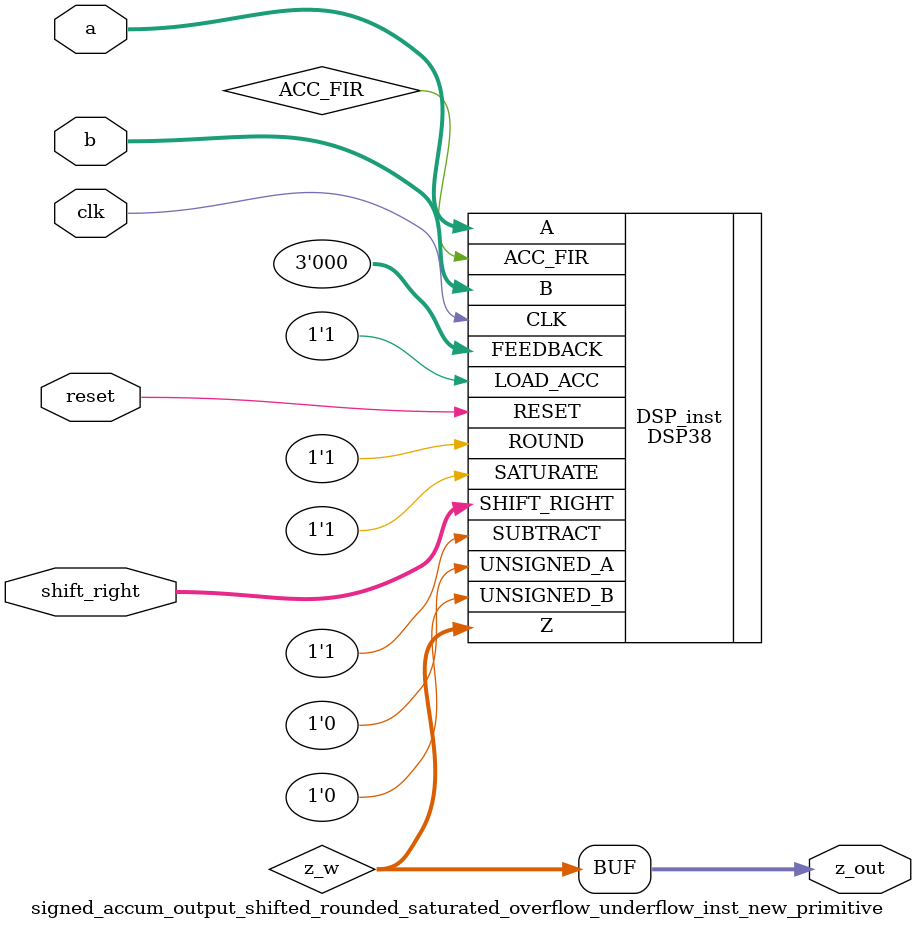
<source format=v>
module signed_accum_output_shifted_rounded_saturated_overflow_underflow_inst_new_primitive (
	input  wire [19:0] a,
    input  wire [17:0] b,
    input  wire [5:0] shift_right,
	input wire clk, reset,
    output wire [37:0] z_out
    );

    parameter [79:0] MODE_BITS = 80'd0;
    
    wire [37:0] z_w;
	
DSP38 #(
  .DSP_MODE("MULTIPLY_ACCUMULATE"), // DSp arithmetic mode (MULTIPLY/MULTIPLY_ADD_SUB/MULTIPLY_ACCUMULATE)
  .COEFF_0(20'h00000), // 20-bit A input coefficient 0
  .COEFF_1(20'h00000), // 20-bit A input coefficient 1
  .COEFF_2(20'h00000), // 20-bit A input coefficient 2
  .COEFF_3(20'h00000), // 20-bit A input coefficient 3
  .OUTPUT_REG_EN("FALSE"), // Enable output register (TRUE/FALSE)
  .INPUT_REG_EN("FALSE") // Enable input register (TRUE/FALSE)
) DSP_inst(
  .A(a), // 20-bit data input for multipluier or accumulator loading
  .B(b), // 18-bit data input for multiplication
  .ACC_FIR(ACC_FIR), // 6-bit left shift A input
  .Z(z_w), // 38-bit data output
  .CLK(clk), // Clock
  .RESET(reset), // None
  .FEEDBACK(3'd0), // 3-bit feedback input selects coefficient
  .LOAD_ACC(1'b1), // Load accumulator input
  .SATURATE(1'b1), // Saturate enable
  .SHIFT_RIGHT(shift_right), // 6-bit Shift right
  .ROUND(1'b1), // Round
  .SUBTRACT(1'b1), // Add or subtract
  .UNSIGNED_A (1'b0), // Selects signed or unsigned data for A input
  .UNSIGNED_B (1'b0) 
);			
    assign z_out = z_w;

endmodule
</source>
